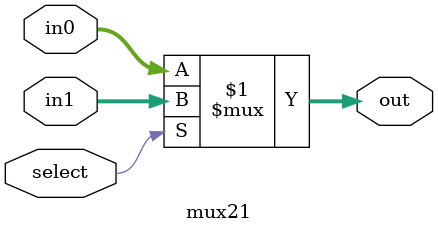
<source format=v>
/**
2:1 Multiplexer for Program Counter
*/

module mux21 (in0, in1, select, out);
input [15:0] in0, in1;
input select;
output [15:0] out;

assign out = select? in1 : in0;

endmodule

</source>
